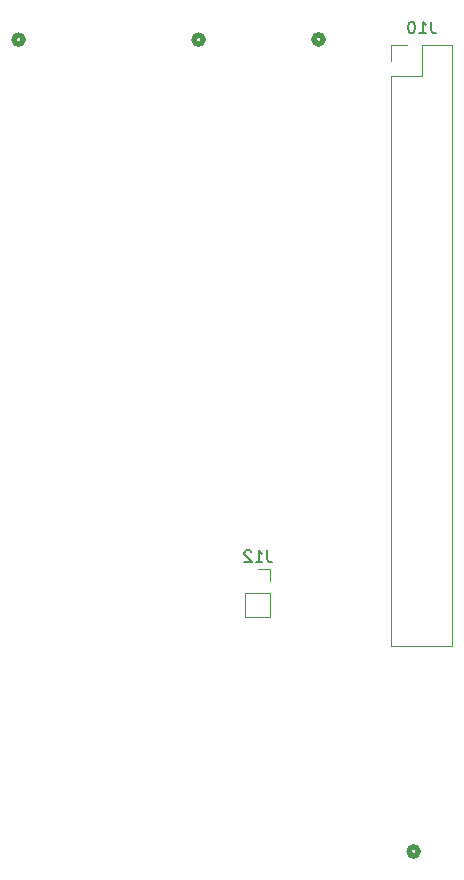
<source format=gbr>
%TF.GenerationSoftware,KiCad,Pcbnew,7.0.11-7.0.11~ubuntu20.04.1*%
%TF.CreationDate,2025-05-20T14:11:40-07:00*%
%TF.ProjectId,whaleboard,7768616c-6562-46f6-9172-642e6b696361,rev?*%
%TF.SameCoordinates,Original*%
%TF.FileFunction,Legend,Bot*%
%TF.FilePolarity,Positive*%
%FSLAX46Y46*%
G04 Gerber Fmt 4.6, Leading zero omitted, Abs format (unit mm)*
G04 Created by KiCad (PCBNEW 7.0.11-7.0.11~ubuntu20.04.1) date 2025-05-20 14:11:40*
%MOMM*%
%LPD*%
G01*
G04 APERTURE LIST*
%ADD10C,0.150000*%
%ADD11C,0.508000*%
%ADD12C,0.120000*%
G04 APERTURE END LIST*
D10*
X142449523Y-110204819D02*
X142449523Y-110919104D01*
X142449523Y-110919104D02*
X142497142Y-111061961D01*
X142497142Y-111061961D02*
X142592380Y-111157200D01*
X142592380Y-111157200D02*
X142735237Y-111204819D01*
X142735237Y-111204819D02*
X142830475Y-111204819D01*
X141449523Y-111204819D02*
X142020951Y-111204819D01*
X141735237Y-111204819D02*
X141735237Y-110204819D01*
X141735237Y-110204819D02*
X141830475Y-110347676D01*
X141830475Y-110347676D02*
X141925713Y-110442914D01*
X141925713Y-110442914D02*
X142020951Y-110490533D01*
X141068570Y-110300057D02*
X141020951Y-110252438D01*
X141020951Y-110252438D02*
X140925713Y-110204819D01*
X140925713Y-110204819D02*
X140687618Y-110204819D01*
X140687618Y-110204819D02*
X140592380Y-110252438D01*
X140592380Y-110252438D02*
X140544761Y-110300057D01*
X140544761Y-110300057D02*
X140497142Y-110395295D01*
X140497142Y-110395295D02*
X140497142Y-110490533D01*
X140497142Y-110490533D02*
X140544761Y-110633390D01*
X140544761Y-110633390D02*
X141116189Y-111204819D01*
X141116189Y-111204819D02*
X140497142Y-111204819D01*
X156313523Y-65424820D02*
X156313523Y-66139105D01*
X156313523Y-66139105D02*
X156361142Y-66281962D01*
X156361142Y-66281962D02*
X156456380Y-66377201D01*
X156456380Y-66377201D02*
X156599237Y-66424820D01*
X156599237Y-66424820D02*
X156694475Y-66424820D01*
X155313523Y-66424820D02*
X155884951Y-66424820D01*
X155599237Y-66424820D02*
X155599237Y-65424820D01*
X155599237Y-65424820D02*
X155694475Y-65567677D01*
X155694475Y-65567677D02*
X155789713Y-65662915D01*
X155789713Y-65662915D02*
X155884951Y-65710534D01*
X154694475Y-65424820D02*
X154599237Y-65424820D01*
X154599237Y-65424820D02*
X154503999Y-65472439D01*
X154503999Y-65472439D02*
X154456380Y-65520058D01*
X154456380Y-65520058D02*
X154408761Y-65615296D01*
X154408761Y-65615296D02*
X154361142Y-65805772D01*
X154361142Y-65805772D02*
X154361142Y-66043867D01*
X154361142Y-66043867D02*
X154408761Y-66234343D01*
X154408761Y-66234343D02*
X154456380Y-66329581D01*
X154456380Y-66329581D02*
X154503999Y-66377201D01*
X154503999Y-66377201D02*
X154599237Y-66424820D01*
X154599237Y-66424820D02*
X154694475Y-66424820D01*
X154694475Y-66424820D02*
X154789713Y-66377201D01*
X154789713Y-66377201D02*
X154837332Y-66329581D01*
X154837332Y-66329581D02*
X154884951Y-66234343D01*
X154884951Y-66234343D02*
X154932570Y-66043867D01*
X154932570Y-66043867D02*
X154932570Y-65805772D01*
X154932570Y-65805772D02*
X154884951Y-65615296D01*
X154884951Y-65615296D02*
X154837332Y-65520058D01*
X154837332Y-65520058D02*
X154789713Y-65472439D01*
X154789713Y-65472439D02*
X154694475Y-65424820D01*
D11*
%TO.C,J2*%
X121761000Y-66961000D02*
G75*
G03*
X120999000Y-66961000I-381000J0D01*
G01*
X120999000Y-66961000D02*
G75*
G03*
X121761000Y-66961000I381000J0D01*
G01*
%TO.C,J3*%
X137001000Y-66961000D02*
G75*
G03*
X136239000Y-66961000I-381000J0D01*
G01*
X136239000Y-66961000D02*
G75*
G03*
X137001000Y-66961000I381000J0D01*
G01*
%TO.C,J9*%
X155210000Y-135700000D02*
G75*
G03*
X154448000Y-135700000I-381000J0D01*
G01*
X154448000Y-135700000D02*
G75*
G03*
X155210000Y-135700000I381000J0D01*
G01*
%TO.C,J4*%
X147161000Y-66941000D02*
G75*
G03*
X146399000Y-66941000I-381000J0D01*
G01*
X146399000Y-66941000D02*
G75*
G03*
X147161000Y-66941000I381000J0D01*
G01*
D12*
%TO.C,J12*%
X142700000Y-115870000D02*
X140580000Y-115870000D01*
X142700000Y-113810000D02*
X142700000Y-115870000D01*
X142700000Y-113810000D02*
X140580000Y-113810000D01*
X142700000Y-112810000D02*
X142700000Y-111750000D01*
X142700000Y-111750000D02*
X141640000Y-111750000D01*
X140580000Y-113810000D02*
X140580000Y-115870000D01*
%TO.C,J10*%
X158104000Y-118330001D02*
X152904000Y-118330001D01*
X158104000Y-67410001D02*
X158104000Y-118330001D01*
X158104000Y-67410001D02*
X155504000Y-67410001D01*
X155504000Y-70010001D02*
X152904000Y-70010001D01*
X155504000Y-67410001D02*
X155504000Y-70010001D01*
X154234000Y-67410001D02*
X152904000Y-67410001D01*
X152904000Y-70010001D02*
X152904000Y-118330001D01*
X152904000Y-67410001D02*
X152904000Y-68740001D01*
%TD*%
M02*

</source>
